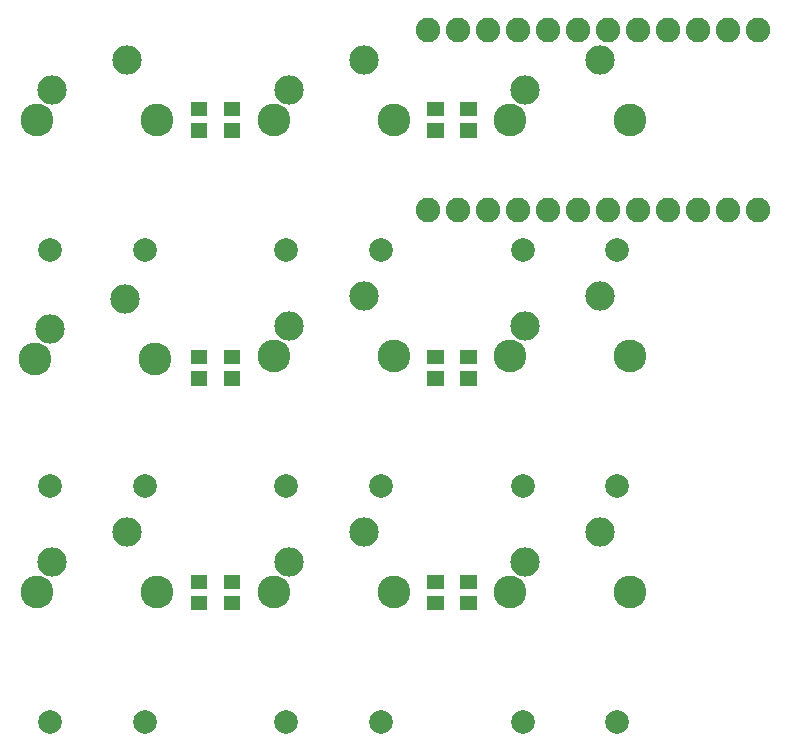
<source format=gts>
G04 Layer: TopSolderMaskLayer*
G04 EasyEDA v6.3.53, 2020-07-05T02:03:50+01:00*
G04 82ae3a4b42a8425995a6aefca007ea94,831979d3ac2e4a1db92824a7b243be6d,10*
G04 Gerber Generator version 0.2*
G04 Scale: 100 percent, Rotated: No, Reflected: No *
G04 Dimensions in millimeters *
G04 leading zeros omitted , absolute positions ,3 integer and 3 decimal *
%FSLAX33Y33*%
%MOMM*%
G90*
G71D02*

%ADD21C,2.489200*%
%ADD22C,2.774696*%
%ADD23C,2.003196*%
%ADD25C,2.082800*%

%LPD*%
G54D21*
G01X16189Y62539D03*
G01X22539Y65079D03*
G54D22*
G01X14919Y59999D03*
G01X25079Y59999D03*
G54D21*
G01X36189Y62539D03*
G01X42539Y65079D03*
G54D22*
G01X34919Y59999D03*
G01X45079Y59999D03*
G54D21*
G01X56189Y62539D03*
G01X62539Y65079D03*
G54D22*
G01X54919Y59999D03*
G01X65079Y59999D03*
G54D21*
G01X36189Y42539D03*
G01X42539Y45079D03*
G54D22*
G01X34919Y39999D03*
G01X45079Y39999D03*
G54D21*
G01X56189Y42539D03*
G01X62539Y45079D03*
G54D22*
G01X54919Y39999D03*
G01X65079Y39999D03*
G54D21*
G01X16189Y22539D03*
G01X22539Y25079D03*
G54D22*
G01X14919Y19999D03*
G01X25079Y19999D03*
G54D21*
G01X36189Y22539D03*
G01X42539Y25079D03*
G54D22*
G01X34919Y19999D03*
G01X45079Y19999D03*
G54D21*
G01X56189Y22539D03*
G01X62539Y25079D03*
G54D22*
G01X54919Y19999D03*
G01X65079Y19999D03*
G54D21*
G01X16000Y42328D03*
G54D22*
G01X14730Y39788D03*
G54D21*
G01X22350Y44868D03*
G54D22*
G01X24890Y39788D03*
G54D23*
G01X35999Y48999D03*
G01X43999Y48999D03*
G01X56000Y48999D03*
G01X64000Y48999D03*
G01X15999Y28999D03*
G01X23999Y28999D03*
G01X35999Y28999D03*
G01X43999Y28999D03*
G01X56000Y28999D03*
G01X64000Y28999D03*
G01X15999Y8999D03*
G01X23999Y8999D03*
G01X35999Y8999D03*
G01X43999Y8999D03*
G01X56000Y8999D03*
G01X64000Y8999D03*
G01X15999Y48999D03*
G01X23999Y48999D03*
G36*
G01X50698Y37497D02*
G01X50698Y38701D01*
G01X52100Y38701D01*
G01X52100Y37497D01*
G01X50698Y37497D01*
G37*
G36*
G01X47899Y37497D02*
G01X47899Y38701D01*
G01X49301Y38701D01*
G01X49301Y37497D01*
G01X47899Y37497D01*
G37*
G36*
G01X47899Y39298D02*
G01X47899Y40502D01*
G01X49301Y40502D01*
G01X49301Y39298D01*
G01X47899Y39298D01*
G37*
G36*
G01X50698Y39298D02*
G01X50698Y40502D01*
G01X52100Y40502D01*
G01X52100Y39298D01*
G01X50698Y39298D01*
G37*
G36*
G01X30698Y37497D02*
G01X30698Y38701D01*
G01X32100Y38701D01*
G01X32100Y37497D01*
G01X30698Y37497D01*
G37*
G36*
G01X27899Y37497D02*
G01X27899Y38701D01*
G01X29301Y38701D01*
G01X29301Y37497D01*
G01X27899Y37497D01*
G37*
G36*
G01X27899Y39298D02*
G01X27899Y40502D01*
G01X29301Y40502D01*
G01X29301Y39298D01*
G01X27899Y39298D01*
G37*
G36*
G01X30698Y39298D02*
G01X30698Y40502D01*
G01X32100Y40502D01*
G01X32100Y39298D01*
G01X30698Y39298D01*
G37*
G36*
G01X30698Y18498D02*
G01X30698Y19702D01*
G01X32100Y19702D01*
G01X32100Y18498D01*
G01X30698Y18498D01*
G37*
G36*
G01X27899Y18498D02*
G01X27899Y19702D01*
G01X29301Y19702D01*
G01X29301Y18498D01*
G01X27899Y18498D01*
G37*
G36*
G01X27899Y20297D02*
G01X27899Y21501D01*
G01X29301Y21501D01*
G01X29301Y20297D01*
G01X27899Y20297D01*
G37*
G36*
G01X30698Y20297D02*
G01X30698Y21501D01*
G01X32100Y21501D01*
G01X32100Y20297D01*
G01X30698Y20297D01*
G37*
G36*
G01X50698Y58498D02*
G01X50698Y59702D01*
G01X52100Y59702D01*
G01X52100Y58498D01*
G01X50698Y58498D01*
G37*
G36*
G01X47899Y58498D02*
G01X47899Y59702D01*
G01X49301Y59702D01*
G01X49301Y58498D01*
G01X47899Y58498D01*
G37*
G36*
G01X47899Y60299D02*
G01X47899Y61500D01*
G01X49301Y61500D01*
G01X49301Y60299D01*
G01X47899Y60299D01*
G37*
G36*
G01X50698Y60299D02*
G01X50698Y61500D01*
G01X52100Y61500D01*
G01X52100Y60299D01*
G01X50698Y60299D01*
G37*
G36*
G01X50698Y18498D02*
G01X50698Y19702D01*
G01X52100Y19702D01*
G01X52100Y18498D01*
G01X50698Y18498D01*
G37*
G36*
G01X47899Y18498D02*
G01X47899Y19702D01*
G01X49301Y19702D01*
G01X49301Y18498D01*
G01X47899Y18498D01*
G37*
G36*
G01X47899Y20297D02*
G01X47899Y21501D01*
G01X49301Y21501D01*
G01X49301Y20297D01*
G01X47899Y20297D01*
G37*
G36*
G01X50698Y20297D02*
G01X50698Y21501D01*
G01X52100Y21501D01*
G01X52100Y20297D01*
G01X50698Y20297D01*
G37*
G36*
G01X30698Y58498D02*
G01X30698Y59702D01*
G01X32100Y59702D01*
G01X32100Y58498D01*
G01X30698Y58498D01*
G37*
G36*
G01X27899Y58498D02*
G01X27899Y59702D01*
G01X29301Y59702D01*
G01X29301Y58498D01*
G01X27899Y58498D01*
G37*
G36*
G01X27899Y60299D02*
G01X27899Y61500D01*
G01X29301Y61500D01*
G01X29301Y60299D01*
G01X27899Y60299D01*
G37*
G36*
G01X30698Y60299D02*
G01X30698Y61500D01*
G01X32100Y61500D01*
G01X32100Y60299D01*
G01X30698Y60299D01*
G37*
G54D25*
G01X48029Y52379D03*
G01X50569Y52379D03*
G01X53109Y52379D03*
G01X55649Y52379D03*
G01X58189Y52379D03*
G01X60729Y52379D03*
G01X63269Y52379D03*
G01X65809Y52379D03*
G01X68349Y52379D03*
G01X70889Y52379D03*
G01X73429Y52379D03*
G01X75969Y52379D03*
G01X75969Y67619D03*
G01X73429Y67619D03*
G01X70889Y67619D03*
G01X68349Y67619D03*
G01X65809Y67619D03*
G01X63269Y67619D03*
G01X60729Y67619D03*
G01X58189Y67619D03*
G01X55649Y67619D03*
G01X53109Y67619D03*
G01X50569Y67619D03*
G01X48029Y67619D03*
M00*
M02*

</source>
